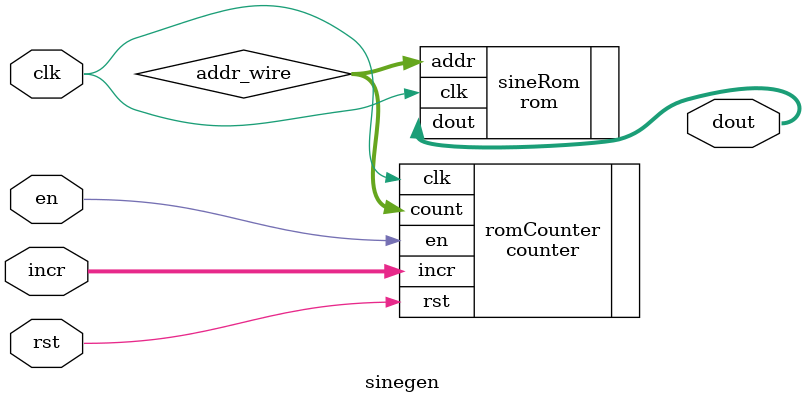
<source format=sv>
module sinegen #(
    parameter   DATA_WIDTH = 8,
                ADDR_WIDTH = 8
) (
    input logic rst,
    input logic en,
    input logic clk,
    input logic     [DATA_WIDTH-1:0] incr,
    output logic    [DATA_WIDTH-1:0] dout
);

    logic [ADDR_WIDTH-1:0] addr_wire; // internal link between counter & rom addr

counter romCounter (
    .rst (rst),
    .en (en),
    .clk (clk),
    .incr (incr),
    .count (addr_wire)
);

rom sineRom (
    .clk (clk),
    .addr (addr_wire),
    .dout (dout)
);

endmodule

</source>
